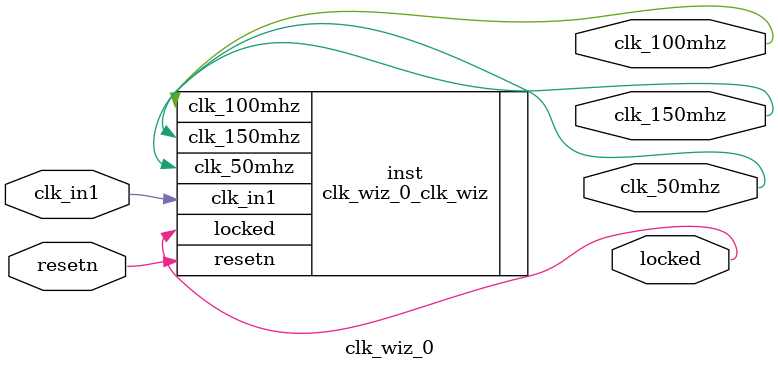
<source format=v>


`timescale 1ps/1ps

(* CORE_GENERATION_INFO = "clk_wiz_0,clk_wiz_v6_0_16_0_0,{component_name=clk_wiz_0,use_phase_alignment=true,use_min_o_jitter=false,use_max_i_jitter=false,use_dyn_phase_shift=false,use_inclk_switchover=false,use_dyn_reconfig=false,enable_axi=0,feedback_source=FDBK_AUTO,PRIMITIVE=MMCM,num_out_clk=3,clkin1_period=10.000,clkin2_period=10.000,use_power_down=false,use_reset=true,use_locked=true,use_inclk_stopped=false,feedback_type=SINGLE,CLOCK_MGR_TYPE=NA,manual_override=false}" *)

module clk_wiz_0 
 (
  // Clock out ports
  output        clk_100mhz,
  output        clk_150mhz,
  output        clk_50mhz,
  // Status and control signals
  input         resetn,
  output        locked,
 // Clock in ports
  input         clk_in1
 );

  clk_wiz_0_clk_wiz inst
  (
  // Clock out ports  
  .clk_100mhz(clk_100mhz),
  .clk_150mhz(clk_150mhz),
  .clk_50mhz(clk_50mhz),
  // Status and control signals               
  .resetn(resetn), 
  .locked(locked),
 // Clock in ports
  .clk_in1(clk_in1)
  );

endmodule

</source>
